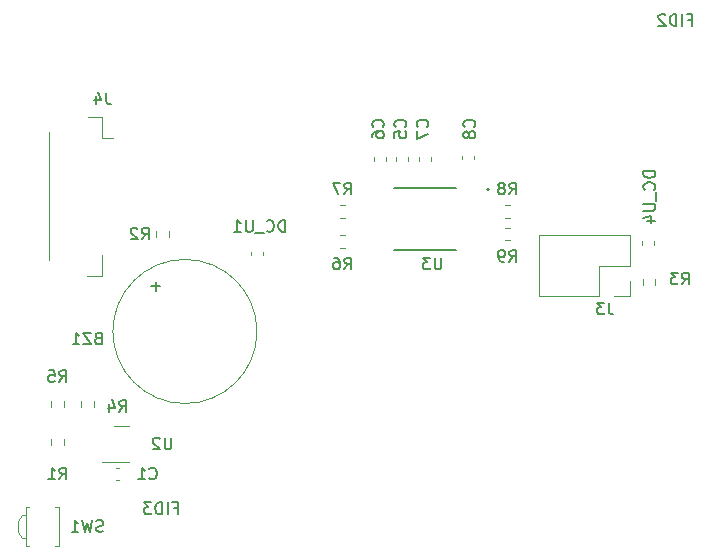
<source format=gbr>
%TF.GenerationSoftware,KiCad,Pcbnew,7.0.10*%
%TF.CreationDate,2024-01-10T06:21:24+05:30*%
%TF.ProjectId,Dashcam,44617368-6361-46d2-9e6b-696361645f70,rev?*%
%TF.SameCoordinates,Original*%
%TF.FileFunction,Legend,Bot*%
%TF.FilePolarity,Positive*%
%FSLAX46Y46*%
G04 Gerber Fmt 4.6, Leading zero omitted, Abs format (unit mm)*
G04 Created by KiCad (PCBNEW 7.0.10) date 2024-01-10 06:21:24*
%MOMM*%
%LPD*%
G01*
G04 APERTURE LIST*
%ADD10C,0.150000*%
%ADD11C,0.120000*%
%ADD12C,0.127000*%
%ADD13C,0.200000*%
G04 APERTURE END LIST*
D10*
X157403333Y-65824819D02*
X157403333Y-66539104D01*
X157403333Y-66539104D02*
X157450952Y-66681961D01*
X157450952Y-66681961D02*
X157546190Y-66777200D01*
X157546190Y-66777200D02*
X157689047Y-66824819D01*
X157689047Y-66824819D02*
X157784285Y-66824819D01*
X157022380Y-65824819D02*
X156403333Y-65824819D01*
X156403333Y-65824819D02*
X156736666Y-66205771D01*
X156736666Y-66205771D02*
X156593809Y-66205771D01*
X156593809Y-66205771D02*
X156498571Y-66253390D01*
X156498571Y-66253390D02*
X156450952Y-66301009D01*
X156450952Y-66301009D02*
X156403333Y-66396247D01*
X156403333Y-66396247D02*
X156403333Y-66634342D01*
X156403333Y-66634342D02*
X156450952Y-66729580D01*
X156450952Y-66729580D02*
X156498571Y-66777200D01*
X156498571Y-66777200D02*
X156593809Y-66824819D01*
X156593809Y-66824819D02*
X156879523Y-66824819D01*
X156879523Y-66824819D02*
X156974761Y-66777200D01*
X156974761Y-66777200D02*
X157022380Y-66729580D01*
X135011666Y-56664819D02*
X135344999Y-56188628D01*
X135583094Y-56664819D02*
X135583094Y-55664819D01*
X135583094Y-55664819D02*
X135202142Y-55664819D01*
X135202142Y-55664819D02*
X135106904Y-55712438D01*
X135106904Y-55712438D02*
X135059285Y-55760057D01*
X135059285Y-55760057D02*
X135011666Y-55855295D01*
X135011666Y-55855295D02*
X135011666Y-55998152D01*
X135011666Y-55998152D02*
X135059285Y-56093390D01*
X135059285Y-56093390D02*
X135106904Y-56141009D01*
X135106904Y-56141009D02*
X135202142Y-56188628D01*
X135202142Y-56188628D02*
X135583094Y-56188628D01*
X134678332Y-55664819D02*
X134011666Y-55664819D01*
X134011666Y-55664819D02*
X134440237Y-56664819D01*
X145999580Y-50963333D02*
X146047200Y-50915714D01*
X146047200Y-50915714D02*
X146094819Y-50772857D01*
X146094819Y-50772857D02*
X146094819Y-50677619D01*
X146094819Y-50677619D02*
X146047200Y-50534762D01*
X146047200Y-50534762D02*
X145951961Y-50439524D01*
X145951961Y-50439524D02*
X145856723Y-50391905D01*
X145856723Y-50391905D02*
X145666247Y-50344286D01*
X145666247Y-50344286D02*
X145523390Y-50344286D01*
X145523390Y-50344286D02*
X145332914Y-50391905D01*
X145332914Y-50391905D02*
X145237676Y-50439524D01*
X145237676Y-50439524D02*
X145142438Y-50534762D01*
X145142438Y-50534762D02*
X145094819Y-50677619D01*
X145094819Y-50677619D02*
X145094819Y-50772857D01*
X145094819Y-50772857D02*
X145142438Y-50915714D01*
X145142438Y-50915714D02*
X145190057Y-50963333D01*
X145523390Y-51534762D02*
X145475771Y-51439524D01*
X145475771Y-51439524D02*
X145428152Y-51391905D01*
X145428152Y-51391905D02*
X145332914Y-51344286D01*
X145332914Y-51344286D02*
X145285295Y-51344286D01*
X145285295Y-51344286D02*
X145190057Y-51391905D01*
X145190057Y-51391905D02*
X145142438Y-51439524D01*
X145142438Y-51439524D02*
X145094819Y-51534762D01*
X145094819Y-51534762D02*
X145094819Y-51725238D01*
X145094819Y-51725238D02*
X145142438Y-51820476D01*
X145142438Y-51820476D02*
X145190057Y-51868095D01*
X145190057Y-51868095D02*
X145285295Y-51915714D01*
X145285295Y-51915714D02*
X145332914Y-51915714D01*
X145332914Y-51915714D02*
X145428152Y-51868095D01*
X145428152Y-51868095D02*
X145475771Y-51820476D01*
X145475771Y-51820476D02*
X145523390Y-51725238D01*
X145523390Y-51725238D02*
X145523390Y-51534762D01*
X145523390Y-51534762D02*
X145571009Y-51439524D01*
X145571009Y-51439524D02*
X145618628Y-51391905D01*
X145618628Y-51391905D02*
X145713866Y-51344286D01*
X145713866Y-51344286D02*
X145904342Y-51344286D01*
X145904342Y-51344286D02*
X145999580Y-51391905D01*
X145999580Y-51391905D02*
X146047200Y-51439524D01*
X146047200Y-51439524D02*
X146094819Y-51534762D01*
X146094819Y-51534762D02*
X146094819Y-51725238D01*
X146094819Y-51725238D02*
X146047200Y-51820476D01*
X146047200Y-51820476D02*
X145999580Y-51868095D01*
X145999580Y-51868095D02*
X145904342Y-51915714D01*
X145904342Y-51915714D02*
X145713866Y-51915714D01*
X145713866Y-51915714D02*
X145618628Y-51868095D01*
X145618628Y-51868095D02*
X145571009Y-51820476D01*
X145571009Y-51820476D02*
X145523390Y-51725238D01*
X120571428Y-83231009D02*
X120904761Y-83231009D01*
X120904761Y-83754819D02*
X120904761Y-82754819D01*
X120904761Y-82754819D02*
X120428571Y-82754819D01*
X120047618Y-83754819D02*
X120047618Y-82754819D01*
X119571428Y-83754819D02*
X119571428Y-82754819D01*
X119571428Y-82754819D02*
X119333333Y-82754819D01*
X119333333Y-82754819D02*
X119190476Y-82802438D01*
X119190476Y-82802438D02*
X119095238Y-82897676D01*
X119095238Y-82897676D02*
X119047619Y-82992914D01*
X119047619Y-82992914D02*
X119000000Y-83183390D01*
X119000000Y-83183390D02*
X119000000Y-83326247D01*
X119000000Y-83326247D02*
X119047619Y-83516723D01*
X119047619Y-83516723D02*
X119095238Y-83611961D01*
X119095238Y-83611961D02*
X119190476Y-83707200D01*
X119190476Y-83707200D02*
X119333333Y-83754819D01*
X119333333Y-83754819D02*
X119571428Y-83754819D01*
X118666666Y-82754819D02*
X118047619Y-82754819D01*
X118047619Y-82754819D02*
X118380952Y-83135771D01*
X118380952Y-83135771D02*
X118238095Y-83135771D01*
X118238095Y-83135771D02*
X118142857Y-83183390D01*
X118142857Y-83183390D02*
X118095238Y-83231009D01*
X118095238Y-83231009D02*
X118047619Y-83326247D01*
X118047619Y-83326247D02*
X118047619Y-83564342D01*
X118047619Y-83564342D02*
X118095238Y-83659580D01*
X118095238Y-83659580D02*
X118142857Y-83707200D01*
X118142857Y-83707200D02*
X118238095Y-83754819D01*
X118238095Y-83754819D02*
X118523809Y-83754819D01*
X118523809Y-83754819D02*
X118619047Y-83707200D01*
X118619047Y-83707200D02*
X118666666Y-83659580D01*
X114858333Y-48044819D02*
X114858333Y-48759104D01*
X114858333Y-48759104D02*
X114905952Y-48901961D01*
X114905952Y-48901961D02*
X115001190Y-48997200D01*
X115001190Y-48997200D02*
X115144047Y-49044819D01*
X115144047Y-49044819D02*
X115239285Y-49044819D01*
X113953571Y-48378152D02*
X113953571Y-49044819D01*
X114191666Y-47997200D02*
X114429761Y-48711485D01*
X114429761Y-48711485D02*
X113810714Y-48711485D01*
X164127428Y-41881009D02*
X164460761Y-41881009D01*
X164460761Y-42404819D02*
X164460761Y-41404819D01*
X164460761Y-41404819D02*
X163984571Y-41404819D01*
X163603618Y-42404819D02*
X163603618Y-41404819D01*
X163127428Y-42404819D02*
X163127428Y-41404819D01*
X163127428Y-41404819D02*
X162889333Y-41404819D01*
X162889333Y-41404819D02*
X162746476Y-41452438D01*
X162746476Y-41452438D02*
X162651238Y-41547676D01*
X162651238Y-41547676D02*
X162603619Y-41642914D01*
X162603619Y-41642914D02*
X162556000Y-41833390D01*
X162556000Y-41833390D02*
X162556000Y-41976247D01*
X162556000Y-41976247D02*
X162603619Y-42166723D01*
X162603619Y-42166723D02*
X162651238Y-42261961D01*
X162651238Y-42261961D02*
X162746476Y-42357200D01*
X162746476Y-42357200D02*
X162889333Y-42404819D01*
X162889333Y-42404819D02*
X163127428Y-42404819D01*
X162175047Y-41500057D02*
X162127428Y-41452438D01*
X162127428Y-41452438D02*
X162032190Y-41404819D01*
X162032190Y-41404819D02*
X161794095Y-41404819D01*
X161794095Y-41404819D02*
X161698857Y-41452438D01*
X161698857Y-41452438D02*
X161651238Y-41500057D01*
X161651238Y-41500057D02*
X161603619Y-41595295D01*
X161603619Y-41595295D02*
X161603619Y-41690533D01*
X161603619Y-41690533D02*
X161651238Y-41833390D01*
X161651238Y-41833390D02*
X162222666Y-42404819D01*
X162222666Y-42404819D02*
X161603619Y-42404819D01*
X120366904Y-77254819D02*
X120366904Y-78064342D01*
X120366904Y-78064342D02*
X120319285Y-78159580D01*
X120319285Y-78159580D02*
X120271666Y-78207200D01*
X120271666Y-78207200D02*
X120176428Y-78254819D01*
X120176428Y-78254819D02*
X119985952Y-78254819D01*
X119985952Y-78254819D02*
X119890714Y-78207200D01*
X119890714Y-78207200D02*
X119843095Y-78159580D01*
X119843095Y-78159580D02*
X119795476Y-78064342D01*
X119795476Y-78064342D02*
X119795476Y-77254819D01*
X119366904Y-77350057D02*
X119319285Y-77302438D01*
X119319285Y-77302438D02*
X119224047Y-77254819D01*
X119224047Y-77254819D02*
X118985952Y-77254819D01*
X118985952Y-77254819D02*
X118890714Y-77302438D01*
X118890714Y-77302438D02*
X118843095Y-77350057D01*
X118843095Y-77350057D02*
X118795476Y-77445295D01*
X118795476Y-77445295D02*
X118795476Y-77540533D01*
X118795476Y-77540533D02*
X118843095Y-77683390D01*
X118843095Y-77683390D02*
X119414523Y-78254819D01*
X119414523Y-78254819D02*
X118795476Y-78254819D01*
X163586666Y-64284819D02*
X163919999Y-63808628D01*
X164158094Y-64284819D02*
X164158094Y-63284819D01*
X164158094Y-63284819D02*
X163777142Y-63284819D01*
X163777142Y-63284819D02*
X163681904Y-63332438D01*
X163681904Y-63332438D02*
X163634285Y-63380057D01*
X163634285Y-63380057D02*
X163586666Y-63475295D01*
X163586666Y-63475295D02*
X163586666Y-63618152D01*
X163586666Y-63618152D02*
X163634285Y-63713390D01*
X163634285Y-63713390D02*
X163681904Y-63761009D01*
X163681904Y-63761009D02*
X163777142Y-63808628D01*
X163777142Y-63808628D02*
X164158094Y-63808628D01*
X163253332Y-63284819D02*
X162634285Y-63284819D01*
X162634285Y-63284819D02*
X162967618Y-63665771D01*
X162967618Y-63665771D02*
X162824761Y-63665771D01*
X162824761Y-63665771D02*
X162729523Y-63713390D01*
X162729523Y-63713390D02*
X162681904Y-63761009D01*
X162681904Y-63761009D02*
X162634285Y-63856247D01*
X162634285Y-63856247D02*
X162634285Y-64094342D01*
X162634285Y-64094342D02*
X162681904Y-64189580D01*
X162681904Y-64189580D02*
X162729523Y-64237200D01*
X162729523Y-64237200D02*
X162824761Y-64284819D01*
X162824761Y-64284819D02*
X163110475Y-64284819D01*
X163110475Y-64284819D02*
X163205713Y-64237200D01*
X163205713Y-64237200D02*
X163253332Y-64189580D01*
X142029580Y-50963333D02*
X142077200Y-50915714D01*
X142077200Y-50915714D02*
X142124819Y-50772857D01*
X142124819Y-50772857D02*
X142124819Y-50677619D01*
X142124819Y-50677619D02*
X142077200Y-50534762D01*
X142077200Y-50534762D02*
X141981961Y-50439524D01*
X141981961Y-50439524D02*
X141886723Y-50391905D01*
X141886723Y-50391905D02*
X141696247Y-50344286D01*
X141696247Y-50344286D02*
X141553390Y-50344286D01*
X141553390Y-50344286D02*
X141362914Y-50391905D01*
X141362914Y-50391905D02*
X141267676Y-50439524D01*
X141267676Y-50439524D02*
X141172438Y-50534762D01*
X141172438Y-50534762D02*
X141124819Y-50677619D01*
X141124819Y-50677619D02*
X141124819Y-50772857D01*
X141124819Y-50772857D02*
X141172438Y-50915714D01*
X141172438Y-50915714D02*
X141220057Y-50963333D01*
X141124819Y-51296667D02*
X141124819Y-51963333D01*
X141124819Y-51963333D02*
X142124819Y-51534762D01*
X110881666Y-80794819D02*
X111214999Y-80318628D01*
X111453094Y-80794819D02*
X111453094Y-79794819D01*
X111453094Y-79794819D02*
X111072142Y-79794819D01*
X111072142Y-79794819D02*
X110976904Y-79842438D01*
X110976904Y-79842438D02*
X110929285Y-79890057D01*
X110929285Y-79890057D02*
X110881666Y-79985295D01*
X110881666Y-79985295D02*
X110881666Y-80128152D01*
X110881666Y-80128152D02*
X110929285Y-80223390D01*
X110929285Y-80223390D02*
X110976904Y-80271009D01*
X110976904Y-80271009D02*
X111072142Y-80318628D01*
X111072142Y-80318628D02*
X111453094Y-80318628D01*
X109929285Y-80794819D02*
X110500713Y-80794819D01*
X110214999Y-80794819D02*
X110214999Y-79794819D01*
X110214999Y-79794819D02*
X110310237Y-79937676D01*
X110310237Y-79937676D02*
X110405475Y-80032914D01*
X110405475Y-80032914D02*
X110500713Y-80080533D01*
X138252580Y-50963333D02*
X138300200Y-50915714D01*
X138300200Y-50915714D02*
X138347819Y-50772857D01*
X138347819Y-50772857D02*
X138347819Y-50677619D01*
X138347819Y-50677619D02*
X138300200Y-50534762D01*
X138300200Y-50534762D02*
X138204961Y-50439524D01*
X138204961Y-50439524D02*
X138109723Y-50391905D01*
X138109723Y-50391905D02*
X137919247Y-50344286D01*
X137919247Y-50344286D02*
X137776390Y-50344286D01*
X137776390Y-50344286D02*
X137585914Y-50391905D01*
X137585914Y-50391905D02*
X137490676Y-50439524D01*
X137490676Y-50439524D02*
X137395438Y-50534762D01*
X137395438Y-50534762D02*
X137347819Y-50677619D01*
X137347819Y-50677619D02*
X137347819Y-50772857D01*
X137347819Y-50772857D02*
X137395438Y-50915714D01*
X137395438Y-50915714D02*
X137443057Y-50963333D01*
X137347819Y-51820476D02*
X137347819Y-51630000D01*
X137347819Y-51630000D02*
X137395438Y-51534762D01*
X137395438Y-51534762D02*
X137443057Y-51487143D01*
X137443057Y-51487143D02*
X137585914Y-51391905D01*
X137585914Y-51391905D02*
X137776390Y-51344286D01*
X137776390Y-51344286D02*
X138157342Y-51344286D01*
X138157342Y-51344286D02*
X138252580Y-51391905D01*
X138252580Y-51391905D02*
X138300200Y-51439524D01*
X138300200Y-51439524D02*
X138347819Y-51534762D01*
X138347819Y-51534762D02*
X138347819Y-51725238D01*
X138347819Y-51725238D02*
X138300200Y-51820476D01*
X138300200Y-51820476D02*
X138252580Y-51868095D01*
X138252580Y-51868095D02*
X138157342Y-51915714D01*
X138157342Y-51915714D02*
X137919247Y-51915714D01*
X137919247Y-51915714D02*
X137824009Y-51868095D01*
X137824009Y-51868095D02*
X137776390Y-51820476D01*
X137776390Y-51820476D02*
X137728771Y-51725238D01*
X137728771Y-51725238D02*
X137728771Y-51534762D01*
X137728771Y-51534762D02*
X137776390Y-51439524D01*
X137776390Y-51439524D02*
X137824009Y-51391905D01*
X137824009Y-51391905D02*
X137919247Y-51344286D01*
X118501666Y-80699580D02*
X118549285Y-80747200D01*
X118549285Y-80747200D02*
X118692142Y-80794819D01*
X118692142Y-80794819D02*
X118787380Y-80794819D01*
X118787380Y-80794819D02*
X118930237Y-80747200D01*
X118930237Y-80747200D02*
X119025475Y-80651961D01*
X119025475Y-80651961D02*
X119073094Y-80556723D01*
X119073094Y-80556723D02*
X119120713Y-80366247D01*
X119120713Y-80366247D02*
X119120713Y-80223390D01*
X119120713Y-80223390D02*
X119073094Y-80032914D01*
X119073094Y-80032914D02*
X119025475Y-79937676D01*
X119025475Y-79937676D02*
X118930237Y-79842438D01*
X118930237Y-79842438D02*
X118787380Y-79794819D01*
X118787380Y-79794819D02*
X118692142Y-79794819D01*
X118692142Y-79794819D02*
X118549285Y-79842438D01*
X118549285Y-79842438D02*
X118501666Y-79890057D01*
X117549285Y-80794819D02*
X118120713Y-80794819D01*
X117834999Y-80794819D02*
X117834999Y-79794819D01*
X117834999Y-79794819D02*
X117930237Y-79937676D01*
X117930237Y-79937676D02*
X118025475Y-80032914D01*
X118025475Y-80032914D02*
X118120713Y-80080533D01*
X148981666Y-62379819D02*
X149314999Y-61903628D01*
X149553094Y-62379819D02*
X149553094Y-61379819D01*
X149553094Y-61379819D02*
X149172142Y-61379819D01*
X149172142Y-61379819D02*
X149076904Y-61427438D01*
X149076904Y-61427438D02*
X149029285Y-61475057D01*
X149029285Y-61475057D02*
X148981666Y-61570295D01*
X148981666Y-61570295D02*
X148981666Y-61713152D01*
X148981666Y-61713152D02*
X149029285Y-61808390D01*
X149029285Y-61808390D02*
X149076904Y-61856009D01*
X149076904Y-61856009D02*
X149172142Y-61903628D01*
X149172142Y-61903628D02*
X149553094Y-61903628D01*
X148505475Y-62379819D02*
X148314999Y-62379819D01*
X148314999Y-62379819D02*
X148219761Y-62332200D01*
X148219761Y-62332200D02*
X148172142Y-62284580D01*
X148172142Y-62284580D02*
X148076904Y-62141723D01*
X148076904Y-62141723D02*
X148029285Y-61951247D01*
X148029285Y-61951247D02*
X148029285Y-61570295D01*
X148029285Y-61570295D02*
X148076904Y-61475057D01*
X148076904Y-61475057D02*
X148124523Y-61427438D01*
X148124523Y-61427438D02*
X148219761Y-61379819D01*
X148219761Y-61379819D02*
X148410237Y-61379819D01*
X148410237Y-61379819D02*
X148505475Y-61427438D01*
X148505475Y-61427438D02*
X148553094Y-61475057D01*
X148553094Y-61475057D02*
X148600713Y-61570295D01*
X148600713Y-61570295D02*
X148600713Y-61808390D01*
X148600713Y-61808390D02*
X148553094Y-61903628D01*
X148553094Y-61903628D02*
X148505475Y-61951247D01*
X148505475Y-61951247D02*
X148410237Y-61998866D01*
X148410237Y-61998866D02*
X148219761Y-61998866D01*
X148219761Y-61998866D02*
X148124523Y-61951247D01*
X148124523Y-61951247D02*
X148076904Y-61903628D01*
X148076904Y-61903628D02*
X148029285Y-61808390D01*
X114135952Y-68841009D02*
X113993095Y-68888628D01*
X113993095Y-68888628D02*
X113945476Y-68936247D01*
X113945476Y-68936247D02*
X113897857Y-69031485D01*
X113897857Y-69031485D02*
X113897857Y-69174342D01*
X113897857Y-69174342D02*
X113945476Y-69269580D01*
X113945476Y-69269580D02*
X113993095Y-69317200D01*
X113993095Y-69317200D02*
X114088333Y-69364819D01*
X114088333Y-69364819D02*
X114469285Y-69364819D01*
X114469285Y-69364819D02*
X114469285Y-68364819D01*
X114469285Y-68364819D02*
X114135952Y-68364819D01*
X114135952Y-68364819D02*
X114040714Y-68412438D01*
X114040714Y-68412438D02*
X113993095Y-68460057D01*
X113993095Y-68460057D02*
X113945476Y-68555295D01*
X113945476Y-68555295D02*
X113945476Y-68650533D01*
X113945476Y-68650533D02*
X113993095Y-68745771D01*
X113993095Y-68745771D02*
X114040714Y-68793390D01*
X114040714Y-68793390D02*
X114135952Y-68841009D01*
X114135952Y-68841009D02*
X114469285Y-68841009D01*
X113564523Y-68364819D02*
X112897857Y-68364819D01*
X112897857Y-68364819D02*
X113564523Y-69364819D01*
X113564523Y-69364819D02*
X112897857Y-69364819D01*
X111993095Y-69364819D02*
X112564523Y-69364819D01*
X112278809Y-69364819D02*
X112278809Y-68364819D01*
X112278809Y-68364819D02*
X112374047Y-68507676D01*
X112374047Y-68507676D02*
X112469285Y-68602914D01*
X112469285Y-68602914D02*
X112564523Y-68650533D01*
X119043866Y-64084048D02*
X119043866Y-64845953D01*
X119424819Y-64465000D02*
X118662914Y-64465000D01*
X143226904Y-62014819D02*
X143226904Y-62824342D01*
X143226904Y-62824342D02*
X143179285Y-62919580D01*
X143179285Y-62919580D02*
X143131666Y-62967200D01*
X143131666Y-62967200D02*
X143036428Y-63014819D01*
X143036428Y-63014819D02*
X142845952Y-63014819D01*
X142845952Y-63014819D02*
X142750714Y-62967200D01*
X142750714Y-62967200D02*
X142703095Y-62919580D01*
X142703095Y-62919580D02*
X142655476Y-62824342D01*
X142655476Y-62824342D02*
X142655476Y-62014819D01*
X142274523Y-62014819D02*
X141655476Y-62014819D01*
X141655476Y-62014819D02*
X141988809Y-62395771D01*
X141988809Y-62395771D02*
X141845952Y-62395771D01*
X141845952Y-62395771D02*
X141750714Y-62443390D01*
X141750714Y-62443390D02*
X141703095Y-62491009D01*
X141703095Y-62491009D02*
X141655476Y-62586247D01*
X141655476Y-62586247D02*
X141655476Y-62824342D01*
X141655476Y-62824342D02*
X141703095Y-62919580D01*
X141703095Y-62919580D02*
X141750714Y-62967200D01*
X141750714Y-62967200D02*
X141845952Y-63014819D01*
X141845952Y-63014819D02*
X142131666Y-63014819D01*
X142131666Y-63014819D02*
X142226904Y-62967200D01*
X142226904Y-62967200D02*
X142274523Y-62919580D01*
X114588332Y-85192200D02*
X114445475Y-85239819D01*
X114445475Y-85239819D02*
X114207380Y-85239819D01*
X114207380Y-85239819D02*
X114112142Y-85192200D01*
X114112142Y-85192200D02*
X114064523Y-85144580D01*
X114064523Y-85144580D02*
X114016904Y-85049342D01*
X114016904Y-85049342D02*
X114016904Y-84954104D01*
X114016904Y-84954104D02*
X114064523Y-84858866D01*
X114064523Y-84858866D02*
X114112142Y-84811247D01*
X114112142Y-84811247D02*
X114207380Y-84763628D01*
X114207380Y-84763628D02*
X114397856Y-84716009D01*
X114397856Y-84716009D02*
X114493094Y-84668390D01*
X114493094Y-84668390D02*
X114540713Y-84620771D01*
X114540713Y-84620771D02*
X114588332Y-84525533D01*
X114588332Y-84525533D02*
X114588332Y-84430295D01*
X114588332Y-84430295D02*
X114540713Y-84335057D01*
X114540713Y-84335057D02*
X114493094Y-84287438D01*
X114493094Y-84287438D02*
X114397856Y-84239819D01*
X114397856Y-84239819D02*
X114159761Y-84239819D01*
X114159761Y-84239819D02*
X114016904Y-84287438D01*
X113683570Y-84239819D02*
X113445475Y-85239819D01*
X113445475Y-85239819D02*
X113254999Y-84525533D01*
X113254999Y-84525533D02*
X113064523Y-85239819D01*
X113064523Y-85239819D02*
X112826428Y-84239819D01*
X111921666Y-85239819D02*
X112493094Y-85239819D01*
X112207380Y-85239819D02*
X112207380Y-84239819D01*
X112207380Y-84239819D02*
X112302618Y-84382676D01*
X112302618Y-84382676D02*
X112397856Y-84477914D01*
X112397856Y-84477914D02*
X112493094Y-84525533D01*
X140157580Y-50963333D02*
X140205200Y-50915714D01*
X140205200Y-50915714D02*
X140252819Y-50772857D01*
X140252819Y-50772857D02*
X140252819Y-50677619D01*
X140252819Y-50677619D02*
X140205200Y-50534762D01*
X140205200Y-50534762D02*
X140109961Y-50439524D01*
X140109961Y-50439524D02*
X140014723Y-50391905D01*
X140014723Y-50391905D02*
X139824247Y-50344286D01*
X139824247Y-50344286D02*
X139681390Y-50344286D01*
X139681390Y-50344286D02*
X139490914Y-50391905D01*
X139490914Y-50391905D02*
X139395676Y-50439524D01*
X139395676Y-50439524D02*
X139300438Y-50534762D01*
X139300438Y-50534762D02*
X139252819Y-50677619D01*
X139252819Y-50677619D02*
X139252819Y-50772857D01*
X139252819Y-50772857D02*
X139300438Y-50915714D01*
X139300438Y-50915714D02*
X139348057Y-50963333D01*
X139252819Y-51868095D02*
X139252819Y-51391905D01*
X139252819Y-51391905D02*
X139729009Y-51344286D01*
X139729009Y-51344286D02*
X139681390Y-51391905D01*
X139681390Y-51391905D02*
X139633771Y-51487143D01*
X139633771Y-51487143D02*
X139633771Y-51725238D01*
X139633771Y-51725238D02*
X139681390Y-51820476D01*
X139681390Y-51820476D02*
X139729009Y-51868095D01*
X139729009Y-51868095D02*
X139824247Y-51915714D01*
X139824247Y-51915714D02*
X140062342Y-51915714D01*
X140062342Y-51915714D02*
X140157580Y-51868095D01*
X140157580Y-51868095D02*
X140205200Y-51820476D01*
X140205200Y-51820476D02*
X140252819Y-51725238D01*
X140252819Y-51725238D02*
X140252819Y-51487143D01*
X140252819Y-51487143D02*
X140205200Y-51391905D01*
X140205200Y-51391905D02*
X140157580Y-51344286D01*
X148981666Y-56664819D02*
X149314999Y-56188628D01*
X149553094Y-56664819D02*
X149553094Y-55664819D01*
X149553094Y-55664819D02*
X149172142Y-55664819D01*
X149172142Y-55664819D02*
X149076904Y-55712438D01*
X149076904Y-55712438D02*
X149029285Y-55760057D01*
X149029285Y-55760057D02*
X148981666Y-55855295D01*
X148981666Y-55855295D02*
X148981666Y-55998152D01*
X148981666Y-55998152D02*
X149029285Y-56093390D01*
X149029285Y-56093390D02*
X149076904Y-56141009D01*
X149076904Y-56141009D02*
X149172142Y-56188628D01*
X149172142Y-56188628D02*
X149553094Y-56188628D01*
X148410237Y-56093390D02*
X148505475Y-56045771D01*
X148505475Y-56045771D02*
X148553094Y-55998152D01*
X148553094Y-55998152D02*
X148600713Y-55902914D01*
X148600713Y-55902914D02*
X148600713Y-55855295D01*
X148600713Y-55855295D02*
X148553094Y-55760057D01*
X148553094Y-55760057D02*
X148505475Y-55712438D01*
X148505475Y-55712438D02*
X148410237Y-55664819D01*
X148410237Y-55664819D02*
X148219761Y-55664819D01*
X148219761Y-55664819D02*
X148124523Y-55712438D01*
X148124523Y-55712438D02*
X148076904Y-55760057D01*
X148076904Y-55760057D02*
X148029285Y-55855295D01*
X148029285Y-55855295D02*
X148029285Y-55902914D01*
X148029285Y-55902914D02*
X148076904Y-55998152D01*
X148076904Y-55998152D02*
X148124523Y-56045771D01*
X148124523Y-56045771D02*
X148219761Y-56093390D01*
X148219761Y-56093390D02*
X148410237Y-56093390D01*
X148410237Y-56093390D02*
X148505475Y-56141009D01*
X148505475Y-56141009D02*
X148553094Y-56188628D01*
X148553094Y-56188628D02*
X148600713Y-56283866D01*
X148600713Y-56283866D02*
X148600713Y-56474342D01*
X148600713Y-56474342D02*
X148553094Y-56569580D01*
X148553094Y-56569580D02*
X148505475Y-56617200D01*
X148505475Y-56617200D02*
X148410237Y-56664819D01*
X148410237Y-56664819D02*
X148219761Y-56664819D01*
X148219761Y-56664819D02*
X148124523Y-56617200D01*
X148124523Y-56617200D02*
X148076904Y-56569580D01*
X148076904Y-56569580D02*
X148029285Y-56474342D01*
X148029285Y-56474342D02*
X148029285Y-56283866D01*
X148029285Y-56283866D02*
X148076904Y-56188628D01*
X148076904Y-56188628D02*
X148124523Y-56141009D01*
X148124523Y-56141009D02*
X148219761Y-56093390D01*
X130002856Y-59839819D02*
X130002856Y-58839819D01*
X130002856Y-58839819D02*
X129764761Y-58839819D01*
X129764761Y-58839819D02*
X129621904Y-58887438D01*
X129621904Y-58887438D02*
X129526666Y-58982676D01*
X129526666Y-58982676D02*
X129479047Y-59077914D01*
X129479047Y-59077914D02*
X129431428Y-59268390D01*
X129431428Y-59268390D02*
X129431428Y-59411247D01*
X129431428Y-59411247D02*
X129479047Y-59601723D01*
X129479047Y-59601723D02*
X129526666Y-59696961D01*
X129526666Y-59696961D02*
X129621904Y-59792200D01*
X129621904Y-59792200D02*
X129764761Y-59839819D01*
X129764761Y-59839819D02*
X130002856Y-59839819D01*
X128431428Y-59744580D02*
X128479047Y-59792200D01*
X128479047Y-59792200D02*
X128621904Y-59839819D01*
X128621904Y-59839819D02*
X128717142Y-59839819D01*
X128717142Y-59839819D02*
X128859999Y-59792200D01*
X128859999Y-59792200D02*
X128955237Y-59696961D01*
X128955237Y-59696961D02*
X129002856Y-59601723D01*
X129002856Y-59601723D02*
X129050475Y-59411247D01*
X129050475Y-59411247D02*
X129050475Y-59268390D01*
X129050475Y-59268390D02*
X129002856Y-59077914D01*
X129002856Y-59077914D02*
X128955237Y-58982676D01*
X128955237Y-58982676D02*
X128859999Y-58887438D01*
X128859999Y-58887438D02*
X128717142Y-58839819D01*
X128717142Y-58839819D02*
X128621904Y-58839819D01*
X128621904Y-58839819D02*
X128479047Y-58887438D01*
X128479047Y-58887438D02*
X128431428Y-58935057D01*
X128240952Y-59935057D02*
X127479047Y-59935057D01*
X127240951Y-58839819D02*
X127240951Y-59649342D01*
X127240951Y-59649342D02*
X127193332Y-59744580D01*
X127193332Y-59744580D02*
X127145713Y-59792200D01*
X127145713Y-59792200D02*
X127050475Y-59839819D01*
X127050475Y-59839819D02*
X126859999Y-59839819D01*
X126859999Y-59839819D02*
X126764761Y-59792200D01*
X126764761Y-59792200D02*
X126717142Y-59744580D01*
X126717142Y-59744580D02*
X126669523Y-59649342D01*
X126669523Y-59649342D02*
X126669523Y-58839819D01*
X125669523Y-59839819D02*
X126240951Y-59839819D01*
X125955237Y-59839819D02*
X125955237Y-58839819D01*
X125955237Y-58839819D02*
X126050475Y-58982676D01*
X126050475Y-58982676D02*
X126145713Y-59077914D01*
X126145713Y-59077914D02*
X126240951Y-59125533D01*
X161334819Y-54702143D02*
X160334819Y-54702143D01*
X160334819Y-54702143D02*
X160334819Y-54940238D01*
X160334819Y-54940238D02*
X160382438Y-55083095D01*
X160382438Y-55083095D02*
X160477676Y-55178333D01*
X160477676Y-55178333D02*
X160572914Y-55225952D01*
X160572914Y-55225952D02*
X160763390Y-55273571D01*
X160763390Y-55273571D02*
X160906247Y-55273571D01*
X160906247Y-55273571D02*
X161096723Y-55225952D01*
X161096723Y-55225952D02*
X161191961Y-55178333D01*
X161191961Y-55178333D02*
X161287200Y-55083095D01*
X161287200Y-55083095D02*
X161334819Y-54940238D01*
X161334819Y-54940238D02*
X161334819Y-54702143D01*
X161239580Y-56273571D02*
X161287200Y-56225952D01*
X161287200Y-56225952D02*
X161334819Y-56083095D01*
X161334819Y-56083095D02*
X161334819Y-55987857D01*
X161334819Y-55987857D02*
X161287200Y-55845000D01*
X161287200Y-55845000D02*
X161191961Y-55749762D01*
X161191961Y-55749762D02*
X161096723Y-55702143D01*
X161096723Y-55702143D02*
X160906247Y-55654524D01*
X160906247Y-55654524D02*
X160763390Y-55654524D01*
X160763390Y-55654524D02*
X160572914Y-55702143D01*
X160572914Y-55702143D02*
X160477676Y-55749762D01*
X160477676Y-55749762D02*
X160382438Y-55845000D01*
X160382438Y-55845000D02*
X160334819Y-55987857D01*
X160334819Y-55987857D02*
X160334819Y-56083095D01*
X160334819Y-56083095D02*
X160382438Y-56225952D01*
X160382438Y-56225952D02*
X160430057Y-56273571D01*
X161430057Y-56464048D02*
X161430057Y-57225952D01*
X160334819Y-57464048D02*
X161144342Y-57464048D01*
X161144342Y-57464048D02*
X161239580Y-57511667D01*
X161239580Y-57511667D02*
X161287200Y-57559286D01*
X161287200Y-57559286D02*
X161334819Y-57654524D01*
X161334819Y-57654524D02*
X161334819Y-57845000D01*
X161334819Y-57845000D02*
X161287200Y-57940238D01*
X161287200Y-57940238D02*
X161239580Y-57987857D01*
X161239580Y-57987857D02*
X161144342Y-58035476D01*
X161144342Y-58035476D02*
X160334819Y-58035476D01*
X160668152Y-58940238D02*
X161334819Y-58940238D01*
X160287200Y-58702143D02*
X161001485Y-58464048D01*
X161001485Y-58464048D02*
X161001485Y-59083095D01*
X115961666Y-75079819D02*
X116294999Y-74603628D01*
X116533094Y-75079819D02*
X116533094Y-74079819D01*
X116533094Y-74079819D02*
X116152142Y-74079819D01*
X116152142Y-74079819D02*
X116056904Y-74127438D01*
X116056904Y-74127438D02*
X116009285Y-74175057D01*
X116009285Y-74175057D02*
X115961666Y-74270295D01*
X115961666Y-74270295D02*
X115961666Y-74413152D01*
X115961666Y-74413152D02*
X116009285Y-74508390D01*
X116009285Y-74508390D02*
X116056904Y-74556009D01*
X116056904Y-74556009D02*
X116152142Y-74603628D01*
X116152142Y-74603628D02*
X116533094Y-74603628D01*
X115104523Y-74413152D02*
X115104523Y-75079819D01*
X115342618Y-74032200D02*
X115580713Y-74746485D01*
X115580713Y-74746485D02*
X114961666Y-74746485D01*
X117866666Y-60474819D02*
X118199999Y-59998628D01*
X118438094Y-60474819D02*
X118438094Y-59474819D01*
X118438094Y-59474819D02*
X118057142Y-59474819D01*
X118057142Y-59474819D02*
X117961904Y-59522438D01*
X117961904Y-59522438D02*
X117914285Y-59570057D01*
X117914285Y-59570057D02*
X117866666Y-59665295D01*
X117866666Y-59665295D02*
X117866666Y-59808152D01*
X117866666Y-59808152D02*
X117914285Y-59903390D01*
X117914285Y-59903390D02*
X117961904Y-59951009D01*
X117961904Y-59951009D02*
X118057142Y-59998628D01*
X118057142Y-59998628D02*
X118438094Y-59998628D01*
X117485713Y-59570057D02*
X117438094Y-59522438D01*
X117438094Y-59522438D02*
X117342856Y-59474819D01*
X117342856Y-59474819D02*
X117104761Y-59474819D01*
X117104761Y-59474819D02*
X117009523Y-59522438D01*
X117009523Y-59522438D02*
X116961904Y-59570057D01*
X116961904Y-59570057D02*
X116914285Y-59665295D01*
X116914285Y-59665295D02*
X116914285Y-59760533D01*
X116914285Y-59760533D02*
X116961904Y-59903390D01*
X116961904Y-59903390D02*
X117533332Y-60474819D01*
X117533332Y-60474819D02*
X116914285Y-60474819D01*
X110881666Y-72539819D02*
X111214999Y-72063628D01*
X111453094Y-72539819D02*
X111453094Y-71539819D01*
X111453094Y-71539819D02*
X111072142Y-71539819D01*
X111072142Y-71539819D02*
X110976904Y-71587438D01*
X110976904Y-71587438D02*
X110929285Y-71635057D01*
X110929285Y-71635057D02*
X110881666Y-71730295D01*
X110881666Y-71730295D02*
X110881666Y-71873152D01*
X110881666Y-71873152D02*
X110929285Y-71968390D01*
X110929285Y-71968390D02*
X110976904Y-72016009D01*
X110976904Y-72016009D02*
X111072142Y-72063628D01*
X111072142Y-72063628D02*
X111453094Y-72063628D01*
X109976904Y-71539819D02*
X110453094Y-71539819D01*
X110453094Y-71539819D02*
X110500713Y-72016009D01*
X110500713Y-72016009D02*
X110453094Y-71968390D01*
X110453094Y-71968390D02*
X110357856Y-71920771D01*
X110357856Y-71920771D02*
X110119761Y-71920771D01*
X110119761Y-71920771D02*
X110024523Y-71968390D01*
X110024523Y-71968390D02*
X109976904Y-72016009D01*
X109976904Y-72016009D02*
X109929285Y-72111247D01*
X109929285Y-72111247D02*
X109929285Y-72349342D01*
X109929285Y-72349342D02*
X109976904Y-72444580D01*
X109976904Y-72444580D02*
X110024523Y-72492200D01*
X110024523Y-72492200D02*
X110119761Y-72539819D01*
X110119761Y-72539819D02*
X110357856Y-72539819D01*
X110357856Y-72539819D02*
X110453094Y-72492200D01*
X110453094Y-72492200D02*
X110500713Y-72444580D01*
X135011666Y-63014819D02*
X135344999Y-62538628D01*
X135583094Y-63014819D02*
X135583094Y-62014819D01*
X135583094Y-62014819D02*
X135202142Y-62014819D01*
X135202142Y-62014819D02*
X135106904Y-62062438D01*
X135106904Y-62062438D02*
X135059285Y-62110057D01*
X135059285Y-62110057D02*
X135011666Y-62205295D01*
X135011666Y-62205295D02*
X135011666Y-62348152D01*
X135011666Y-62348152D02*
X135059285Y-62443390D01*
X135059285Y-62443390D02*
X135106904Y-62491009D01*
X135106904Y-62491009D02*
X135202142Y-62538628D01*
X135202142Y-62538628D02*
X135583094Y-62538628D01*
X134154523Y-62014819D02*
X134344999Y-62014819D01*
X134344999Y-62014819D02*
X134440237Y-62062438D01*
X134440237Y-62062438D02*
X134487856Y-62110057D01*
X134487856Y-62110057D02*
X134583094Y-62252914D01*
X134583094Y-62252914D02*
X134630713Y-62443390D01*
X134630713Y-62443390D02*
X134630713Y-62824342D01*
X134630713Y-62824342D02*
X134583094Y-62919580D01*
X134583094Y-62919580D02*
X134535475Y-62967200D01*
X134535475Y-62967200D02*
X134440237Y-63014819D01*
X134440237Y-63014819D02*
X134249761Y-63014819D01*
X134249761Y-63014819D02*
X134154523Y-62967200D01*
X134154523Y-62967200D02*
X134106904Y-62919580D01*
X134106904Y-62919580D02*
X134059285Y-62824342D01*
X134059285Y-62824342D02*
X134059285Y-62586247D01*
X134059285Y-62586247D02*
X134106904Y-62491009D01*
X134106904Y-62491009D02*
X134154523Y-62443390D01*
X134154523Y-62443390D02*
X134249761Y-62395771D01*
X134249761Y-62395771D02*
X134440237Y-62395771D01*
X134440237Y-62395771D02*
X134535475Y-62443390D01*
X134535475Y-62443390D02*
X134583094Y-62491009D01*
X134583094Y-62491009D02*
X134630713Y-62586247D01*
D11*
%TO.C,J3*%
X156605000Y-62695000D02*
X159205000Y-62695000D01*
X151465000Y-65295000D02*
X151465000Y-60095000D01*
X159205000Y-60095000D02*
X151465000Y-60095000D01*
X159205000Y-65295000D02*
X159205000Y-63965000D01*
X156605000Y-65295000D02*
X151465000Y-65295000D01*
X156605000Y-65295000D02*
X156605000Y-62695000D01*
X157875000Y-65295000D02*
X159205000Y-65295000D01*
X159205000Y-62695000D02*
X159205000Y-60095000D01*
%TO.C,R7*%
X134607742Y-57592500D02*
X135082258Y-57592500D01*
X134607742Y-58637500D02*
X135082258Y-58637500D01*
%TO.C,C8*%
X146023000Y-53402420D02*
X146023000Y-53683580D01*
X145003000Y-53402420D02*
X145003000Y-53683580D01*
%TO.C,J4*%
X114480000Y-50110000D02*
X114480000Y-51910000D01*
X113270000Y-50120000D02*
X114480000Y-50110000D01*
X110010000Y-51380000D02*
X109995000Y-62245000D01*
X114480000Y-51910000D02*
X115420000Y-51910000D01*
X114480000Y-63580000D02*
X114480000Y-61780000D01*
X113195000Y-63580000D02*
X114480000Y-63580000D01*
%TO.C,U2*%
X116127500Y-76240000D02*
X115477500Y-76240000D01*
X116127500Y-76240000D02*
X116777500Y-76240000D01*
X116127500Y-79360000D02*
X114452500Y-79360000D01*
X116127500Y-79360000D02*
X116777500Y-79360000D01*
%TO.C,R3*%
X161302500Y-63832742D02*
X161302500Y-64307258D01*
X160257500Y-63832742D02*
X160257500Y-64307258D01*
%TO.C,C7*%
X142340000Y-53529420D02*
X142340000Y-53810580D01*
X141320000Y-53529420D02*
X141320000Y-53810580D01*
%TO.C,R1*%
X111237500Y-77847258D02*
X111237500Y-77372742D01*
X110192500Y-77847258D02*
X110192500Y-77372742D01*
%TO.C,C6*%
X138530000Y-53529420D02*
X138530000Y-53810580D01*
X137510000Y-53529420D02*
X137510000Y-53810580D01*
%TO.C,C1*%
X115935580Y-80850000D02*
X115654420Y-80850000D01*
X115935580Y-79830000D02*
X115654420Y-79830000D01*
%TO.C,R9*%
X148577742Y-59497500D02*
X149052258Y-59497500D01*
X148577742Y-60542500D02*
X149052258Y-60542500D01*
%TO.C,BZ1*%
X127610000Y-68275000D02*
G75*
G03*
X115410000Y-68275000I-6100000J0D01*
G01*
X115410000Y-68275000D02*
G75*
G03*
X127610000Y-68275000I6100000J0D01*
G01*
D12*
%TO.C,U3*%
X144475000Y-61370000D02*
X139185000Y-61370000D01*
X144475000Y-56130000D02*
X139185000Y-56130000D01*
D13*
X147270000Y-56265000D02*
G75*
G03*
X147070000Y-56265000I-100000J0D01*
G01*
X147070000Y-56265000D02*
G75*
G03*
X147270000Y-56265000I100000J0D01*
G01*
D11*
%TO.C,SW1*%
X110845000Y-83135000D02*
X110845000Y-86435000D01*
X110545000Y-83135000D02*
X110845000Y-83135000D01*
X108345000Y-83135000D02*
X108045000Y-83135000D01*
X108045000Y-83135000D02*
X108045000Y-86435000D01*
X107725000Y-83785000D02*
X108045000Y-83785000D01*
X107345000Y-84285000D02*
X107725000Y-83785000D01*
X107345000Y-84285000D02*
X107345000Y-85285000D01*
X107345000Y-85285000D02*
X107725000Y-85785000D01*
X107725000Y-85785000D02*
X108045000Y-85785000D01*
X110845000Y-86435000D02*
X110545000Y-86435000D01*
X108045000Y-86435000D02*
X108345000Y-86435000D01*
%TO.C,C5*%
X140435000Y-53529420D02*
X140435000Y-53810580D01*
X139415000Y-53529420D02*
X139415000Y-53810580D01*
%TO.C,R8*%
X148577742Y-57592500D02*
X149052258Y-57592500D01*
X148577742Y-58637500D02*
X149052258Y-58637500D01*
%TO.C,DC_U1*%
X127096000Y-61798580D02*
X127096000Y-61517420D01*
X128116000Y-61798580D02*
X128116000Y-61517420D01*
%TO.C,DC_U4*%
X161263000Y-60641420D02*
X161263000Y-60922580D01*
X160243000Y-60641420D02*
X160243000Y-60922580D01*
%TO.C,R4*%
X113777500Y-74197742D02*
X113777500Y-74672258D01*
X112732500Y-74197742D02*
X112732500Y-74672258D01*
%TO.C,R2*%
X120127500Y-59782742D02*
X120127500Y-60257258D01*
X119082500Y-59782742D02*
X119082500Y-60257258D01*
%TO.C,R5*%
X110192500Y-74672258D02*
X110192500Y-74197742D01*
X111237500Y-74672258D02*
X111237500Y-74197742D01*
%TO.C,R6*%
X134607742Y-60132500D02*
X135082258Y-60132500D01*
X134607742Y-61177500D02*
X135082258Y-61177500D01*
%TD*%
M02*

</source>
